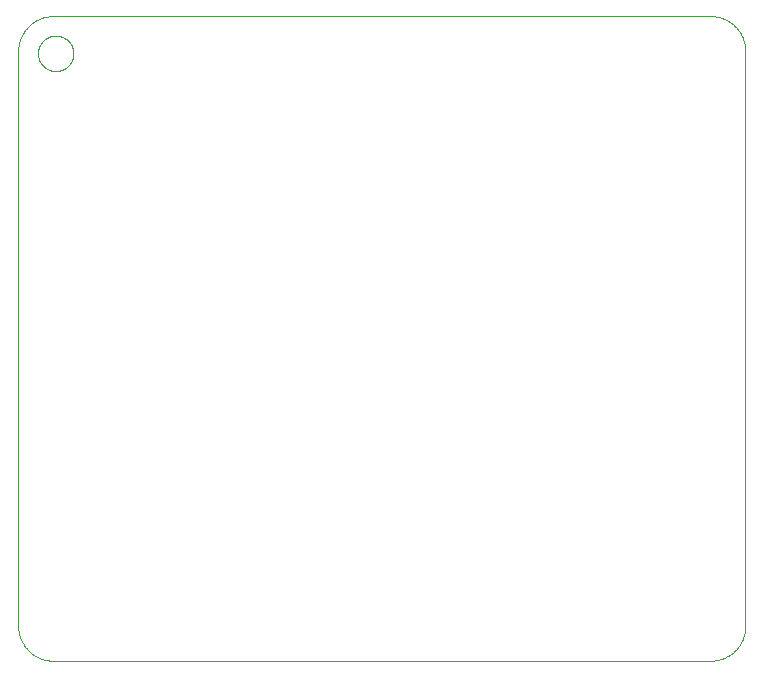
<source format=gko>
G75*
%MOIN*%
%OFA0B0*%
%FSLAX25Y25*%
%IPPOS*%
%LPD*%
%AMOC8*
5,1,8,0,0,1.08239X$1,22.5*
%
%ADD10C,0.00000*%
D10*
X0008150Y0017461D02*
X0008150Y0208790D01*
X0008153Y0209075D01*
X0008164Y0209361D01*
X0008181Y0209646D01*
X0008205Y0209930D01*
X0008236Y0210214D01*
X0008274Y0210497D01*
X0008319Y0210778D01*
X0008370Y0211059D01*
X0008428Y0211339D01*
X0008493Y0211617D01*
X0008565Y0211893D01*
X0008643Y0212167D01*
X0008728Y0212440D01*
X0008820Y0212710D01*
X0008918Y0212978D01*
X0009022Y0213244D01*
X0009133Y0213507D01*
X0009250Y0213767D01*
X0009373Y0214025D01*
X0009503Y0214279D01*
X0009639Y0214530D01*
X0009780Y0214778D01*
X0009928Y0215022D01*
X0010081Y0215263D01*
X0010241Y0215499D01*
X0010406Y0215732D01*
X0010576Y0215961D01*
X0010752Y0216186D01*
X0010934Y0216406D01*
X0011120Y0216622D01*
X0011312Y0216833D01*
X0011509Y0217040D01*
X0011711Y0217242D01*
X0011918Y0217439D01*
X0012129Y0217631D01*
X0012345Y0217817D01*
X0012565Y0217999D01*
X0012790Y0218175D01*
X0013019Y0218345D01*
X0013252Y0218510D01*
X0013488Y0218670D01*
X0013729Y0218823D01*
X0013973Y0218971D01*
X0014221Y0219112D01*
X0014472Y0219248D01*
X0014726Y0219378D01*
X0014984Y0219501D01*
X0015244Y0219618D01*
X0015507Y0219729D01*
X0015773Y0219833D01*
X0016041Y0219931D01*
X0016311Y0220023D01*
X0016584Y0220108D01*
X0016858Y0220186D01*
X0017134Y0220258D01*
X0017412Y0220323D01*
X0017692Y0220381D01*
X0017973Y0220432D01*
X0018254Y0220477D01*
X0018537Y0220515D01*
X0018821Y0220546D01*
X0019105Y0220570D01*
X0019390Y0220587D01*
X0019676Y0220598D01*
X0019961Y0220601D01*
X0238760Y0220601D01*
X0239045Y0220598D01*
X0239331Y0220587D01*
X0239616Y0220570D01*
X0239900Y0220546D01*
X0240184Y0220515D01*
X0240467Y0220477D01*
X0240748Y0220432D01*
X0241029Y0220381D01*
X0241309Y0220323D01*
X0241587Y0220258D01*
X0241863Y0220186D01*
X0242137Y0220108D01*
X0242410Y0220023D01*
X0242680Y0219931D01*
X0242948Y0219833D01*
X0243214Y0219729D01*
X0243477Y0219618D01*
X0243737Y0219501D01*
X0243995Y0219378D01*
X0244249Y0219248D01*
X0244500Y0219112D01*
X0244748Y0218971D01*
X0244992Y0218823D01*
X0245233Y0218670D01*
X0245469Y0218510D01*
X0245702Y0218345D01*
X0245931Y0218175D01*
X0246156Y0217999D01*
X0246376Y0217817D01*
X0246592Y0217631D01*
X0246803Y0217439D01*
X0247010Y0217242D01*
X0247212Y0217040D01*
X0247409Y0216833D01*
X0247601Y0216622D01*
X0247787Y0216406D01*
X0247969Y0216186D01*
X0248145Y0215961D01*
X0248315Y0215732D01*
X0248480Y0215499D01*
X0248640Y0215263D01*
X0248793Y0215022D01*
X0248941Y0214778D01*
X0249082Y0214530D01*
X0249218Y0214279D01*
X0249348Y0214025D01*
X0249471Y0213767D01*
X0249588Y0213507D01*
X0249699Y0213244D01*
X0249803Y0212978D01*
X0249901Y0212710D01*
X0249993Y0212440D01*
X0250078Y0212167D01*
X0250156Y0211893D01*
X0250228Y0211617D01*
X0250293Y0211339D01*
X0250351Y0211059D01*
X0250402Y0210778D01*
X0250447Y0210497D01*
X0250485Y0210214D01*
X0250516Y0209930D01*
X0250540Y0209646D01*
X0250557Y0209361D01*
X0250568Y0209075D01*
X0250571Y0208790D01*
X0250571Y0017461D01*
X0250568Y0017176D01*
X0250557Y0016890D01*
X0250540Y0016605D01*
X0250516Y0016321D01*
X0250485Y0016037D01*
X0250447Y0015754D01*
X0250402Y0015473D01*
X0250351Y0015192D01*
X0250293Y0014912D01*
X0250228Y0014634D01*
X0250156Y0014358D01*
X0250078Y0014084D01*
X0249993Y0013811D01*
X0249901Y0013541D01*
X0249803Y0013273D01*
X0249699Y0013007D01*
X0249588Y0012744D01*
X0249471Y0012484D01*
X0249348Y0012226D01*
X0249218Y0011972D01*
X0249082Y0011721D01*
X0248941Y0011473D01*
X0248793Y0011229D01*
X0248640Y0010988D01*
X0248480Y0010752D01*
X0248315Y0010519D01*
X0248145Y0010290D01*
X0247969Y0010065D01*
X0247787Y0009845D01*
X0247601Y0009629D01*
X0247409Y0009418D01*
X0247212Y0009211D01*
X0247010Y0009009D01*
X0246803Y0008812D01*
X0246592Y0008620D01*
X0246376Y0008434D01*
X0246156Y0008252D01*
X0245931Y0008076D01*
X0245702Y0007906D01*
X0245469Y0007741D01*
X0245233Y0007581D01*
X0244992Y0007428D01*
X0244748Y0007280D01*
X0244500Y0007139D01*
X0244249Y0007003D01*
X0243995Y0006873D01*
X0243737Y0006750D01*
X0243477Y0006633D01*
X0243214Y0006522D01*
X0242948Y0006418D01*
X0242680Y0006320D01*
X0242410Y0006228D01*
X0242137Y0006143D01*
X0241863Y0006065D01*
X0241587Y0005993D01*
X0241309Y0005928D01*
X0241029Y0005870D01*
X0240748Y0005819D01*
X0240467Y0005774D01*
X0240184Y0005736D01*
X0239900Y0005705D01*
X0239616Y0005681D01*
X0239331Y0005664D01*
X0239045Y0005653D01*
X0238760Y0005650D01*
X0019961Y0005650D01*
X0019676Y0005653D01*
X0019390Y0005664D01*
X0019105Y0005681D01*
X0018821Y0005705D01*
X0018537Y0005736D01*
X0018254Y0005774D01*
X0017973Y0005819D01*
X0017692Y0005870D01*
X0017412Y0005928D01*
X0017134Y0005993D01*
X0016858Y0006065D01*
X0016584Y0006143D01*
X0016311Y0006228D01*
X0016041Y0006320D01*
X0015773Y0006418D01*
X0015507Y0006522D01*
X0015244Y0006633D01*
X0014984Y0006750D01*
X0014726Y0006873D01*
X0014472Y0007003D01*
X0014221Y0007139D01*
X0013973Y0007280D01*
X0013729Y0007428D01*
X0013488Y0007581D01*
X0013252Y0007741D01*
X0013019Y0007906D01*
X0012790Y0008076D01*
X0012565Y0008252D01*
X0012345Y0008434D01*
X0012129Y0008620D01*
X0011918Y0008812D01*
X0011711Y0009009D01*
X0011509Y0009211D01*
X0011312Y0009418D01*
X0011120Y0009629D01*
X0010934Y0009845D01*
X0010752Y0010065D01*
X0010576Y0010290D01*
X0010406Y0010519D01*
X0010241Y0010752D01*
X0010081Y0010988D01*
X0009928Y0011229D01*
X0009780Y0011473D01*
X0009639Y0011721D01*
X0009503Y0011972D01*
X0009373Y0012226D01*
X0009250Y0012484D01*
X0009133Y0012744D01*
X0009022Y0013007D01*
X0008918Y0013273D01*
X0008820Y0013541D01*
X0008728Y0013811D01*
X0008643Y0014084D01*
X0008565Y0014358D01*
X0008493Y0014634D01*
X0008428Y0014912D01*
X0008370Y0015192D01*
X0008319Y0015473D01*
X0008274Y0015754D01*
X0008236Y0016037D01*
X0008205Y0016321D01*
X0008181Y0016605D01*
X0008164Y0016890D01*
X0008153Y0017176D01*
X0008150Y0017461D01*
X0014744Y0208150D02*
X0014746Y0208303D01*
X0014752Y0208457D01*
X0014762Y0208610D01*
X0014776Y0208762D01*
X0014794Y0208915D01*
X0014816Y0209066D01*
X0014841Y0209217D01*
X0014871Y0209368D01*
X0014905Y0209518D01*
X0014942Y0209666D01*
X0014983Y0209814D01*
X0015028Y0209960D01*
X0015077Y0210106D01*
X0015130Y0210250D01*
X0015186Y0210392D01*
X0015246Y0210533D01*
X0015310Y0210673D01*
X0015377Y0210811D01*
X0015448Y0210947D01*
X0015523Y0211081D01*
X0015600Y0211213D01*
X0015682Y0211343D01*
X0015766Y0211471D01*
X0015854Y0211597D01*
X0015945Y0211720D01*
X0016039Y0211841D01*
X0016137Y0211959D01*
X0016237Y0212075D01*
X0016341Y0212188D01*
X0016447Y0212299D01*
X0016556Y0212407D01*
X0016668Y0212512D01*
X0016782Y0212613D01*
X0016900Y0212712D01*
X0017019Y0212808D01*
X0017141Y0212901D01*
X0017266Y0212990D01*
X0017393Y0213077D01*
X0017522Y0213159D01*
X0017653Y0213239D01*
X0017786Y0213315D01*
X0017921Y0213388D01*
X0018058Y0213457D01*
X0018197Y0213522D01*
X0018337Y0213584D01*
X0018479Y0213642D01*
X0018622Y0213697D01*
X0018767Y0213748D01*
X0018913Y0213795D01*
X0019060Y0213838D01*
X0019208Y0213877D01*
X0019357Y0213913D01*
X0019507Y0213944D01*
X0019658Y0213972D01*
X0019809Y0213996D01*
X0019962Y0214016D01*
X0020114Y0214032D01*
X0020267Y0214044D01*
X0020420Y0214052D01*
X0020573Y0214056D01*
X0020727Y0214056D01*
X0020880Y0214052D01*
X0021033Y0214044D01*
X0021186Y0214032D01*
X0021338Y0214016D01*
X0021491Y0213996D01*
X0021642Y0213972D01*
X0021793Y0213944D01*
X0021943Y0213913D01*
X0022092Y0213877D01*
X0022240Y0213838D01*
X0022387Y0213795D01*
X0022533Y0213748D01*
X0022678Y0213697D01*
X0022821Y0213642D01*
X0022963Y0213584D01*
X0023103Y0213522D01*
X0023242Y0213457D01*
X0023379Y0213388D01*
X0023514Y0213315D01*
X0023647Y0213239D01*
X0023778Y0213159D01*
X0023907Y0213077D01*
X0024034Y0212990D01*
X0024159Y0212901D01*
X0024281Y0212808D01*
X0024400Y0212712D01*
X0024518Y0212613D01*
X0024632Y0212512D01*
X0024744Y0212407D01*
X0024853Y0212299D01*
X0024959Y0212188D01*
X0025063Y0212075D01*
X0025163Y0211959D01*
X0025261Y0211841D01*
X0025355Y0211720D01*
X0025446Y0211597D01*
X0025534Y0211471D01*
X0025618Y0211343D01*
X0025700Y0211213D01*
X0025777Y0211081D01*
X0025852Y0210947D01*
X0025923Y0210811D01*
X0025990Y0210673D01*
X0026054Y0210533D01*
X0026114Y0210392D01*
X0026170Y0210250D01*
X0026223Y0210106D01*
X0026272Y0209960D01*
X0026317Y0209814D01*
X0026358Y0209666D01*
X0026395Y0209518D01*
X0026429Y0209368D01*
X0026459Y0209217D01*
X0026484Y0209066D01*
X0026506Y0208915D01*
X0026524Y0208762D01*
X0026538Y0208610D01*
X0026548Y0208457D01*
X0026554Y0208303D01*
X0026556Y0208150D01*
X0026554Y0207997D01*
X0026548Y0207843D01*
X0026538Y0207690D01*
X0026524Y0207538D01*
X0026506Y0207385D01*
X0026484Y0207234D01*
X0026459Y0207083D01*
X0026429Y0206932D01*
X0026395Y0206782D01*
X0026358Y0206634D01*
X0026317Y0206486D01*
X0026272Y0206340D01*
X0026223Y0206194D01*
X0026170Y0206050D01*
X0026114Y0205908D01*
X0026054Y0205767D01*
X0025990Y0205627D01*
X0025923Y0205489D01*
X0025852Y0205353D01*
X0025777Y0205219D01*
X0025700Y0205087D01*
X0025618Y0204957D01*
X0025534Y0204829D01*
X0025446Y0204703D01*
X0025355Y0204580D01*
X0025261Y0204459D01*
X0025163Y0204341D01*
X0025063Y0204225D01*
X0024959Y0204112D01*
X0024853Y0204001D01*
X0024744Y0203893D01*
X0024632Y0203788D01*
X0024518Y0203687D01*
X0024400Y0203588D01*
X0024281Y0203492D01*
X0024159Y0203399D01*
X0024034Y0203310D01*
X0023907Y0203223D01*
X0023778Y0203141D01*
X0023647Y0203061D01*
X0023514Y0202985D01*
X0023379Y0202912D01*
X0023242Y0202843D01*
X0023103Y0202778D01*
X0022963Y0202716D01*
X0022821Y0202658D01*
X0022678Y0202603D01*
X0022533Y0202552D01*
X0022387Y0202505D01*
X0022240Y0202462D01*
X0022092Y0202423D01*
X0021943Y0202387D01*
X0021793Y0202356D01*
X0021642Y0202328D01*
X0021491Y0202304D01*
X0021338Y0202284D01*
X0021186Y0202268D01*
X0021033Y0202256D01*
X0020880Y0202248D01*
X0020727Y0202244D01*
X0020573Y0202244D01*
X0020420Y0202248D01*
X0020267Y0202256D01*
X0020114Y0202268D01*
X0019962Y0202284D01*
X0019809Y0202304D01*
X0019658Y0202328D01*
X0019507Y0202356D01*
X0019357Y0202387D01*
X0019208Y0202423D01*
X0019060Y0202462D01*
X0018913Y0202505D01*
X0018767Y0202552D01*
X0018622Y0202603D01*
X0018479Y0202658D01*
X0018337Y0202716D01*
X0018197Y0202778D01*
X0018058Y0202843D01*
X0017921Y0202912D01*
X0017786Y0202985D01*
X0017653Y0203061D01*
X0017522Y0203141D01*
X0017393Y0203223D01*
X0017266Y0203310D01*
X0017141Y0203399D01*
X0017019Y0203492D01*
X0016900Y0203588D01*
X0016782Y0203687D01*
X0016668Y0203788D01*
X0016556Y0203893D01*
X0016447Y0204001D01*
X0016341Y0204112D01*
X0016237Y0204225D01*
X0016137Y0204341D01*
X0016039Y0204459D01*
X0015945Y0204580D01*
X0015854Y0204703D01*
X0015766Y0204829D01*
X0015682Y0204957D01*
X0015600Y0205087D01*
X0015523Y0205219D01*
X0015448Y0205353D01*
X0015377Y0205489D01*
X0015310Y0205627D01*
X0015246Y0205767D01*
X0015186Y0205908D01*
X0015130Y0206050D01*
X0015077Y0206194D01*
X0015028Y0206340D01*
X0014983Y0206486D01*
X0014942Y0206634D01*
X0014905Y0206782D01*
X0014871Y0206932D01*
X0014841Y0207083D01*
X0014816Y0207234D01*
X0014794Y0207385D01*
X0014776Y0207538D01*
X0014762Y0207690D01*
X0014752Y0207843D01*
X0014746Y0207997D01*
X0014744Y0208150D01*
M02*

</source>
